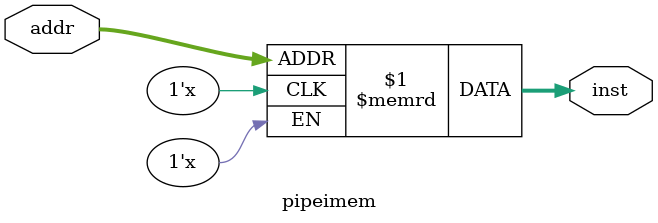
<source format=v>
module pipeimem(
    addr,
    inst
);
    input [11:2] addr;
    output [31:0] inst;
    reg [31:0] imem[1023:0];

    assign inst=imem[addr];
endmodule
</source>
